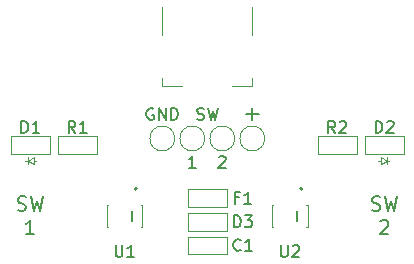
<source format=gto>
G04 #@! TF.GenerationSoftware,KiCad,Pcbnew,(5.1.9-0-10_14)*
G04 #@! TF.CreationDate,2021-07-10T20:50:17+09:00*
G04 #@! TF.ProjectId,TouchSwitch,546f7563-6853-4776-9974-63682e6b6963,V1.0*
G04 #@! TF.SameCoordinates,Original*
G04 #@! TF.FileFunction,Legend,Top*
G04 #@! TF.FilePolarity,Positive*
%FSLAX46Y46*%
G04 Gerber Fmt 4.6, Leading zero omitted, Abs format (unit mm)*
G04 Created by KiCad (PCBNEW (5.1.9-0-10_14)) date 2021-07-10 20:50:17*
%MOMM*%
%LPD*%
G01*
G04 APERTURE LIST*
%ADD10C,0.120000*%
%ADD11C,0.200000*%
%ADD12C,0.150000*%
G04 APERTURE END LIST*
D10*
X-3800000Y-7000000D02*
X-2100000Y-7000000D01*
X-3800000Y-6300000D02*
X-3800000Y-7000000D01*
X3800000Y-7000000D02*
X2100000Y-7000000D01*
X3800000Y-6300000D02*
X3800000Y-7000000D01*
X3800000Y-2700000D02*
X3800000Y-300000D01*
X-3800000Y-2700000D02*
X-3800000Y-300000D01*
D11*
X13971428Y-17485714D02*
X14142857Y-17542857D01*
X14428571Y-17542857D01*
X14542857Y-17485714D01*
X14600000Y-17428571D01*
X14657142Y-17314285D01*
X14657142Y-17200000D01*
X14600000Y-17085714D01*
X14542857Y-17028571D01*
X14428571Y-16971428D01*
X14200000Y-16914285D01*
X14085714Y-16857142D01*
X14028571Y-16800000D01*
X13971428Y-16685714D01*
X13971428Y-16571428D01*
X14028571Y-16457142D01*
X14085714Y-16400000D01*
X14200000Y-16342857D01*
X14485714Y-16342857D01*
X14657142Y-16400000D01*
X15057142Y-16342857D02*
X15342857Y-17542857D01*
X15571428Y-16685714D01*
X15800000Y-17542857D01*
X16085714Y-16342857D01*
X14657142Y-18457142D02*
X14714285Y-18400000D01*
X14828571Y-18342857D01*
X15114285Y-18342857D01*
X15228571Y-18400000D01*
X15285714Y-18457142D01*
X15342857Y-18571428D01*
X15342857Y-18685714D01*
X15285714Y-18857142D01*
X14600000Y-19542857D01*
X15342857Y-19542857D01*
X-16028571Y-17485714D02*
X-15857142Y-17542857D01*
X-15571428Y-17542857D01*
X-15457142Y-17485714D01*
X-15400000Y-17428571D01*
X-15342857Y-17314285D01*
X-15342857Y-17200000D01*
X-15400000Y-17085714D01*
X-15457142Y-17028571D01*
X-15571428Y-16971428D01*
X-15800000Y-16914285D01*
X-15914285Y-16857142D01*
X-15971428Y-16800000D01*
X-16028571Y-16685714D01*
X-16028571Y-16571428D01*
X-15971428Y-16457142D01*
X-15914285Y-16400000D01*
X-15800000Y-16342857D01*
X-15514285Y-16342857D01*
X-15342857Y-16400000D01*
X-14942857Y-16342857D02*
X-14657142Y-17542857D01*
X-14428571Y-16685714D01*
X-14200000Y-17542857D01*
X-13914285Y-16342857D01*
X-14657142Y-19542857D02*
X-15342857Y-19542857D01*
X-15000000Y-19542857D02*
X-15000000Y-18342857D01*
X-15114285Y-18514285D01*
X-15228571Y-18628571D01*
X-15342857Y-18685714D01*
D10*
X14700000Y-13600000D02*
X15200000Y-13300000D01*
X15200000Y-13000000D02*
X15200000Y-13600000D01*
X14700000Y-13000000D02*
X14700000Y-13600000D01*
X15200000Y-13300000D02*
X14700000Y-13000000D01*
X14700000Y-13300000D02*
X14500000Y-13300000D01*
X15200000Y-13300000D02*
X15400000Y-13300000D01*
X-14700000Y-13300000D02*
X-14500000Y-13300000D01*
X-15200000Y-13300000D02*
X-15400000Y-13300000D01*
X-15200000Y-13600000D02*
X-15200000Y-13000000D01*
X-15200000Y-13300000D02*
X-14700000Y-13600000D01*
X-14700000Y-13000000D02*
X-15200000Y-13300000D01*
X-14700000Y-13600000D02*
X-14700000Y-13000000D01*
D12*
X-857142Y-9802761D02*
X-714285Y-9850380D01*
X-476190Y-9850380D01*
X-380952Y-9802761D01*
X-333333Y-9755142D01*
X-285714Y-9659904D01*
X-285714Y-9564666D01*
X-333333Y-9469428D01*
X-380952Y-9421809D01*
X-476190Y-9374190D01*
X-666666Y-9326571D01*
X-761904Y-9278952D01*
X-809523Y-9231333D01*
X-857142Y-9136095D01*
X-857142Y-9040857D01*
X-809523Y-8945619D01*
X-761904Y-8898000D01*
X-666666Y-8850380D01*
X-428571Y-8850380D01*
X-285714Y-8898000D01*
X47619Y-8850380D02*
X285714Y-9850380D01*
X476190Y-9136095D01*
X666666Y-9850380D01*
X904761Y-8850380D01*
X984285Y-13009619D02*
X1031904Y-12962000D01*
X1127142Y-12914380D01*
X1365238Y-12914380D01*
X1460476Y-12962000D01*
X1508095Y-13009619D01*
X1555714Y-13104857D01*
X1555714Y-13200095D01*
X1508095Y-13342952D01*
X936666Y-13914380D01*
X1555714Y-13914380D01*
X-984285Y-13914380D02*
X-1555714Y-13914380D01*
X-1270000Y-13914380D02*
X-1270000Y-12914380D01*
X-1365238Y-13057238D01*
X-1460476Y-13152476D01*
X-1555714Y-13200095D01*
X3276666Y-9371000D02*
X4343333Y-9371000D01*
X3810000Y-9904333D02*
X3810000Y-8837666D01*
X-4571904Y-8898000D02*
X-4667142Y-8850380D01*
X-4810000Y-8850380D01*
X-4952857Y-8898000D01*
X-5048095Y-8993238D01*
X-5095714Y-9088476D01*
X-5143333Y-9278952D01*
X-5143333Y-9421809D01*
X-5095714Y-9612285D01*
X-5048095Y-9707523D01*
X-4952857Y-9802761D01*
X-4810000Y-9850380D01*
X-4714761Y-9850380D01*
X-4571904Y-9802761D01*
X-4524285Y-9755142D01*
X-4524285Y-9421809D01*
X-4714761Y-9421809D01*
X-4095714Y-9850380D02*
X-4095714Y-8850380D01*
X-3524285Y-9850380D01*
X-3524285Y-8850380D01*
X-3048095Y-9850380D02*
X-3048095Y-8850380D01*
X-2810000Y-8850380D01*
X-2667142Y-8898000D01*
X-2571904Y-8993238D01*
X-2524285Y-9088476D01*
X-2476666Y-9278952D01*
X-2476666Y-9421809D01*
X-2524285Y-9612285D01*
X-2571904Y-9707523D01*
X-2667142Y-9802761D01*
X-2810000Y-9850380D01*
X-3048095Y-9850380D01*
D10*
X5500000Y-18950000D02*
X5600000Y-18950000D01*
X5500000Y-17050000D02*
X5500000Y-18950000D01*
X5600000Y-17050000D02*
X5500000Y-17050000D01*
X8500000Y-17050000D02*
X8400000Y-17050000D01*
X8500000Y-18950000D02*
X8500000Y-17050000D01*
X8400000Y-18950000D02*
X8500000Y-18950000D01*
D11*
X8050000Y-15700000D02*
G75*
G03*
X8050000Y-15700000I-100000J0D01*
G01*
X7600000Y-17600000D02*
X7600000Y-18400000D01*
D10*
X-8500000Y-18950000D02*
X-8400000Y-18950000D01*
X-8500000Y-17050000D02*
X-8500000Y-18950000D01*
X-8400000Y-17050000D02*
X-8500000Y-17050000D01*
X-5500000Y-17050000D02*
X-5600000Y-17050000D01*
X-5500000Y-18950000D02*
X-5500000Y-17050000D01*
X-5600000Y-18950000D02*
X-5500000Y-18950000D01*
D11*
X-5950000Y-15700000D02*
G75*
G03*
X-5950000Y-15700000I-100000J0D01*
G01*
X-6400000Y-17600000D02*
X-6400000Y-18400000D01*
D10*
X-2760000Y-11430000D02*
G75*
G03*
X-2760000Y-11430000I-1050000J0D01*
G01*
X4860000Y-11430000D02*
G75*
G03*
X4860000Y-11430000I-1050000J0D01*
G01*
X2320000Y-11430000D02*
G75*
G03*
X2320000Y-11430000I-1050000J0D01*
G01*
X-220000Y-11430000D02*
G75*
G03*
X-220000Y-11430000I-1050000J0D01*
G01*
X12650000Y-11250000D02*
X9350000Y-11250000D01*
X12650000Y-12750000D02*
X9350000Y-12750000D01*
X9350000Y-12750000D02*
X9350000Y-11250000D01*
X12650000Y-12750000D02*
X12650000Y-11250000D01*
X-12650000Y-12750000D02*
X-9350000Y-12750000D01*
X-12650000Y-11250000D02*
X-9350000Y-11250000D01*
X-9350000Y-11250000D02*
X-9350000Y-12750000D01*
X-12650000Y-11250000D02*
X-12650000Y-12750000D01*
X1650000Y-15750000D02*
X-1650000Y-15750000D01*
X1650000Y-17250000D02*
X-1650000Y-17250000D01*
X-1650000Y-17250000D02*
X-1650000Y-15750000D01*
X1650000Y-17250000D02*
X1650000Y-15750000D01*
X1650000Y-19250000D02*
X1650000Y-17750000D01*
X1650000Y-19250000D02*
X-1650000Y-19250000D01*
X-1650000Y-19250000D02*
X-1650000Y-17750000D01*
X-1650000Y-17750000D02*
X1650000Y-17750000D01*
X16650000Y-11250000D02*
X13350000Y-11250000D01*
X16650000Y-12750000D02*
X13350000Y-12750000D01*
X13350000Y-12750000D02*
X13350000Y-11250000D01*
X16650000Y-12750000D02*
X16650000Y-11250000D01*
X-16650000Y-12750000D02*
X-13350000Y-12750000D01*
X-16650000Y-11250000D02*
X-13350000Y-11250000D01*
X-13350000Y-11250000D02*
X-13350000Y-12750000D01*
X-16650000Y-11250000D02*
X-16650000Y-12750000D01*
X-1650000Y-21250000D02*
X1650000Y-21250000D01*
X-1650000Y-19750000D02*
X1650000Y-19750000D01*
X1650000Y-19750000D02*
X1650000Y-21250000D01*
X-1650000Y-19750000D02*
X-1650000Y-21250000D01*
D12*
X6238095Y-20452380D02*
X6238095Y-21261904D01*
X6285714Y-21357142D01*
X6333333Y-21404761D01*
X6428571Y-21452380D01*
X6619047Y-21452380D01*
X6714285Y-21404761D01*
X6761904Y-21357142D01*
X6809523Y-21261904D01*
X6809523Y-20452380D01*
X7238095Y-20547619D02*
X7285714Y-20500000D01*
X7380952Y-20452380D01*
X7619047Y-20452380D01*
X7714285Y-20500000D01*
X7761904Y-20547619D01*
X7809523Y-20642857D01*
X7809523Y-20738095D01*
X7761904Y-20880952D01*
X7190476Y-21452380D01*
X7809523Y-21452380D01*
X-7761904Y-20452380D02*
X-7761904Y-21261904D01*
X-7714285Y-21357142D01*
X-7666666Y-21404761D01*
X-7571428Y-21452380D01*
X-7380952Y-21452380D01*
X-7285714Y-21404761D01*
X-7238095Y-21357142D01*
X-7190476Y-21261904D01*
X-7190476Y-20452380D01*
X-6190476Y-21452380D02*
X-6761904Y-21452380D01*
X-6476190Y-21452380D02*
X-6476190Y-20452380D01*
X-6571428Y-20595238D01*
X-6666666Y-20690476D01*
X-6761904Y-20738095D01*
X10833333Y-10952380D02*
X10500000Y-10476190D01*
X10261904Y-10952380D02*
X10261904Y-9952380D01*
X10642857Y-9952380D01*
X10738095Y-10000000D01*
X10785714Y-10047619D01*
X10833333Y-10142857D01*
X10833333Y-10285714D01*
X10785714Y-10380952D01*
X10738095Y-10428571D01*
X10642857Y-10476190D01*
X10261904Y-10476190D01*
X11214285Y-10047619D02*
X11261904Y-10000000D01*
X11357142Y-9952380D01*
X11595238Y-9952380D01*
X11690476Y-10000000D01*
X11738095Y-10047619D01*
X11785714Y-10142857D01*
X11785714Y-10238095D01*
X11738095Y-10380952D01*
X11166666Y-10952380D01*
X11785714Y-10952380D01*
X-11166666Y-10952380D02*
X-11500000Y-10476190D01*
X-11738095Y-10952380D02*
X-11738095Y-9952380D01*
X-11357142Y-9952380D01*
X-11261904Y-10000000D01*
X-11214285Y-10047619D01*
X-11166666Y-10142857D01*
X-11166666Y-10285714D01*
X-11214285Y-10380952D01*
X-11261904Y-10428571D01*
X-11357142Y-10476190D01*
X-11738095Y-10476190D01*
X-10214285Y-10952380D02*
X-10785714Y-10952380D01*
X-10500000Y-10952380D02*
X-10500000Y-9952380D01*
X-10595238Y-10095238D01*
X-10690476Y-10190476D01*
X-10785714Y-10238095D01*
X2666666Y-16428571D02*
X2333333Y-16428571D01*
X2333333Y-16952380D02*
X2333333Y-15952380D01*
X2809523Y-15952380D01*
X3714285Y-16952380D02*
X3142857Y-16952380D01*
X3428571Y-16952380D02*
X3428571Y-15952380D01*
X3333333Y-16095238D01*
X3238095Y-16190476D01*
X3142857Y-16238095D01*
X2261904Y-18952380D02*
X2261904Y-17952380D01*
X2500000Y-17952380D01*
X2642857Y-18000000D01*
X2738095Y-18095238D01*
X2785714Y-18190476D01*
X2833333Y-18380952D01*
X2833333Y-18523809D01*
X2785714Y-18714285D01*
X2738095Y-18809523D01*
X2642857Y-18904761D01*
X2500000Y-18952380D01*
X2261904Y-18952380D01*
X3166666Y-17952380D02*
X3785714Y-17952380D01*
X3452380Y-18333333D01*
X3595238Y-18333333D01*
X3690476Y-18380952D01*
X3738095Y-18428571D01*
X3785714Y-18523809D01*
X3785714Y-18761904D01*
X3738095Y-18857142D01*
X3690476Y-18904761D01*
X3595238Y-18952380D01*
X3309523Y-18952380D01*
X3214285Y-18904761D01*
X3166666Y-18857142D01*
X14261904Y-10952380D02*
X14261904Y-9952380D01*
X14500000Y-9952380D01*
X14642857Y-10000000D01*
X14738095Y-10095238D01*
X14785714Y-10190476D01*
X14833333Y-10380952D01*
X14833333Y-10523809D01*
X14785714Y-10714285D01*
X14738095Y-10809523D01*
X14642857Y-10904761D01*
X14500000Y-10952380D01*
X14261904Y-10952380D01*
X15214285Y-10047619D02*
X15261904Y-10000000D01*
X15357142Y-9952380D01*
X15595238Y-9952380D01*
X15690476Y-10000000D01*
X15738095Y-10047619D01*
X15785714Y-10142857D01*
X15785714Y-10238095D01*
X15738095Y-10380952D01*
X15166666Y-10952380D01*
X15785714Y-10952380D01*
X-15738095Y-10952380D02*
X-15738095Y-9952380D01*
X-15500000Y-9952380D01*
X-15357142Y-10000000D01*
X-15261904Y-10095238D01*
X-15214285Y-10190476D01*
X-15166666Y-10380952D01*
X-15166666Y-10523809D01*
X-15214285Y-10714285D01*
X-15261904Y-10809523D01*
X-15357142Y-10904761D01*
X-15500000Y-10952380D01*
X-15738095Y-10952380D01*
X-14214285Y-10952380D02*
X-14785714Y-10952380D01*
X-14500000Y-10952380D02*
X-14500000Y-9952380D01*
X-14595238Y-10095238D01*
X-14690476Y-10190476D01*
X-14785714Y-10238095D01*
X2833333Y-20857142D02*
X2785714Y-20904761D01*
X2642857Y-20952380D01*
X2547619Y-20952380D01*
X2404761Y-20904761D01*
X2309523Y-20809523D01*
X2261904Y-20714285D01*
X2214285Y-20523809D01*
X2214285Y-20380952D01*
X2261904Y-20190476D01*
X2309523Y-20095238D01*
X2404761Y-20000000D01*
X2547619Y-19952380D01*
X2642857Y-19952380D01*
X2785714Y-20000000D01*
X2833333Y-20047619D01*
X3785714Y-20952380D02*
X3214285Y-20952380D01*
X3500000Y-20952380D02*
X3500000Y-19952380D01*
X3404761Y-20095238D01*
X3309523Y-20190476D01*
X3214285Y-20238095D01*
M02*

</source>
